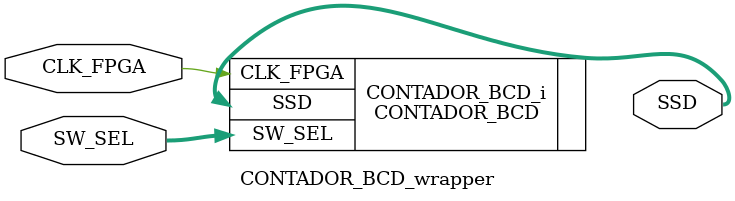
<source format=v>
`timescale 1 ps / 1 ps

module CONTADOR_BCD_wrapper
   (CLK_FPGA,
    SSD,
    SW_SEL);
  input CLK_FPGA;
  output [7:0]SSD;
  input [1:0]SW_SEL;

  wire CLK_FPGA;
  wire [7:0]SSD;
  wire [1:0]SW_SEL;

  CONTADOR_BCD CONTADOR_BCD_i
       (.CLK_FPGA(CLK_FPGA),
        .SSD(SSD),
        .SW_SEL(SW_SEL));
endmodule

</source>
